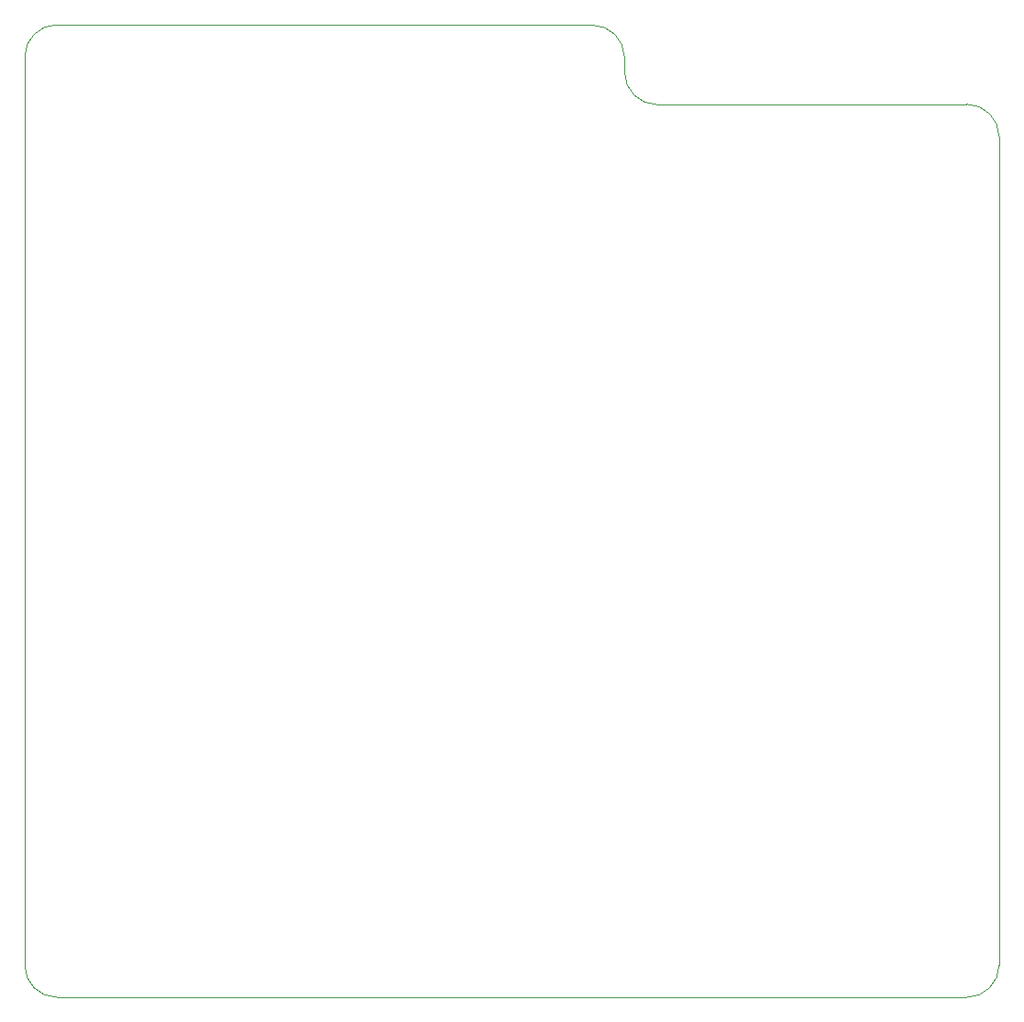
<source format=gbr>
G04 #@! TF.GenerationSoftware,KiCad,Pcbnew,(6.0.0-rc1-314-g10be483430)*
G04 #@! TF.CreationDate,2021-12-09T18:26:49+11:00*
G04 #@! TF.ProjectId,esp32_battery_isolator,65737033-325f-4626-9174-746572795f69,G*
G04 #@! TF.SameCoordinates,Original*
G04 #@! TF.FileFunction,Profile,NP*
%FSLAX46Y46*%
G04 Gerber Fmt 4.6, Leading zero omitted, Abs format (unit mm)*
G04 Created by KiCad (PCBNEW (6.0.0-rc1-314-g10be483430)) date 2021-12-09 18:26:49*
%MOMM*%
%LPD*%
G01*
G04 APERTURE LIST*
G04 #@! TA.AperFunction,Profile*
%ADD10C,0.050000*%
G04 #@! TD*
G04 APERTURE END LIST*
D10*
X107650000Y-131150000D02*
X107650000Y-47300000D01*
X194650000Y-134150000D02*
X110650000Y-134150000D01*
X197650000Y-54650000D02*
X197650000Y-131150000D01*
X194650000Y-134150000D02*
G75*
G03*
X197650000Y-131150000I-1J3000001D01*
G01*
X110650000Y-44300000D02*
G75*
G03*
X107650000Y-47300000I1J-3000001D01*
G01*
X110650000Y-44300000D02*
X160052881Y-44330699D01*
X163052881Y-47330699D02*
G75*
G03*
X160052881Y-44330699I-3000001J-1D01*
G01*
X163052881Y-48680699D02*
G75*
G03*
X166052881Y-51680699I3000001J1D01*
G01*
X166052881Y-51680699D02*
X194650000Y-51650000D01*
X163052881Y-47330699D02*
X163052881Y-48680699D01*
X197650000Y-54650000D02*
G75*
G03*
X194650000Y-51650000I-3000001J-1D01*
G01*
X107650000Y-131150000D02*
G75*
G03*
X110650000Y-134150000I3000001J1D01*
G01*
M02*

</source>
